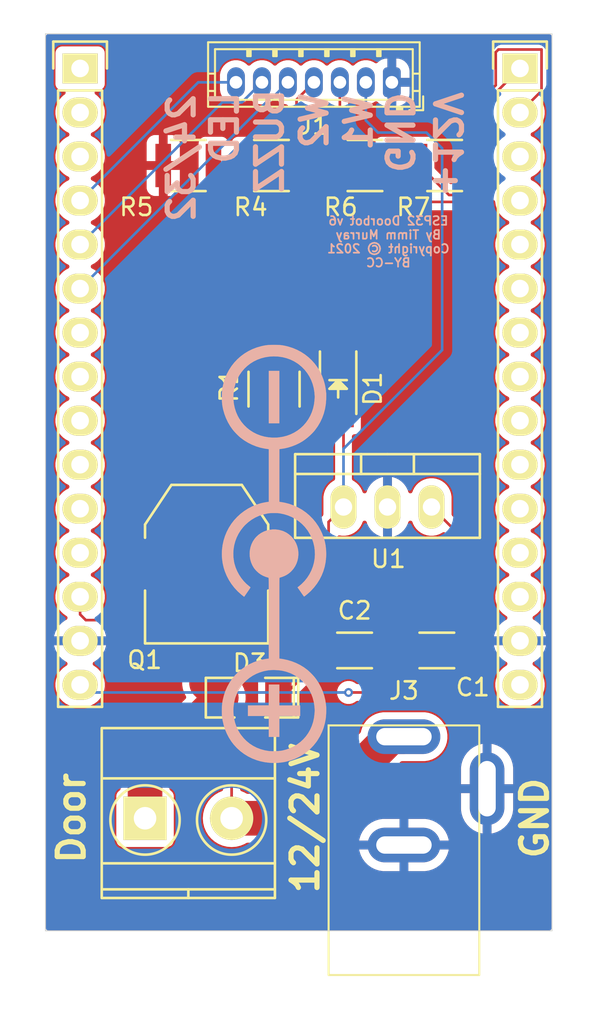
<source format=kicad_pcb>
(kicad_pcb (version 20240108) (generator "pcbnew") (generator_version "8.0")
  (layers (0 "F.Cu" signal) (31 "B.Cu" signal) (34 "B.Paste" user) (35 "F.Paste" user) (36 "B.SilkS" user "B.Silkscreen") (37 "F.SilkS" user "F.Silkscreen") (38 "B.Mask" user) (39 "F.Mask" user) (44 "Edge.Cuts" user))
  (net 0 "")
  (net 1 "GND")
  (net 2 "12V")
  (net 3 "5V")
  (net 4 "LATCH_OUT")
  (net 5 "24_32_SWITCH")
  (net 6 "READER_LED")
  (net 7 "READER_BUZZ")
  (net 8 "DOOR")
  (net 9 "WIEGAND_IN2")
  (net 10 "WIEGAND_IN1")
  (net 11 "Net-(D1-K)")
  (net 14 "WIEGAND_OUT2")
  (net 15 "WIEGAND_OUT1")
  (footprint "Capacitors_SMD:C_1206" (layer "F.Cu") (at 120.6 133.575 180)
    (property "Reference" "C1" (at -2.074 -2.128 0) (layer "F.SilkS"))
    (property "Value" "22uF")
    (pad "1" smd rect (at -1.5 0 180) (size 1 1.6) (layers "F.Cu" "F.Paste" "F.Mask") (net 3 "5V"))
    (pad "2" smd rect (at 1.5 0 180) (size 1 1.6) (layers "F.Cu" "F.Paste" "F.Mask") (net 1 "GND"))
  )
  (footprint "Connector_JST:JST_ZH_B7B-ZR_1x07_P1.50mm_Vertical" (layer "F.Cu") (at 118 100.8 180)
    (property "Reference" "J1" (at 4.5 -2.5 0) (layer "F.SilkS"))
    (property "Value" "Conn_01x07_Male")
    (pad "1" thru_hole roundrect (at 0 0 180) (size 1.03 1.73) (drill 0.73) (layers "*.Cu" "*.Mask" "In1.Cu" "In2.Cu" "In3.Cu" "In4.Cu" "In5.Cu" "In6.Cu" "In7.Cu" "In8.Cu" "In9.Cu" "In10.Cu" "In11.Cu" "In12.Cu" "In13.Cu" "In14.Cu" "In15.Cu" "In16.Cu" "In17.Cu" "In18.Cu" "In19.Cu" "In20.Cu" "In21.Cu" "In22.Cu" "In23.Cu" "In24.Cu" "In25.Cu" "In26.Cu" "In27.Cu" "In28.Cu" "In29.Cu" "In30.Cu") (roundrect_rratio 0.242718) (net 1 "GND"))
    (pad "2" thru_hole oval (at 1.5 0 180) (size 1.03 1.73) (drill 0.73) (layers "*.Cu" "*.Mask" "In1.Cu" "In2.Cu" "In3.Cu" "In4.Cu" "In5.Cu" "In6.Cu" "In7.Cu" "In8.Cu" "In9.Cu" "In10.Cu" "In11.Cu" "In12.Cu" "In13.Cu" "In14.Cu" "In15.Cu" "In16.Cu" "In17.Cu" "In18.Cu" "In19.Cu" "In20.Cu" "In21.Cu" "In22.Cu" "In23.Cu" "In24.Cu" "In25.Cu" "In26.Cu" "In27.Cu" "In28.Cu" "In29.Cu" "In30.Cu") (net 2 "12V"))
    (pad "3" thru_hole oval (at 3 0 180) (size 1.03 1.73) (drill 0.73) (layers "*.Cu" "*.Mask" "In1.Cu" "In2.Cu" "In3.Cu" "In4.Cu" "In5.Cu" "In6.Cu" "In7.Cu" "In8.Cu" "In9.Cu" "In10.Cu" "In11.Cu" "In12.Cu" "In13.Cu" "In14.Cu" "In15.Cu" "In16.Cu" "In17.Cu" "In18.Cu" "In19.Cu" "In20.Cu" "In21.Cu" "In22.Cu" "In23.Cu" "In24.Cu" "In25.Cu" "In26.Cu" "In27.Cu" "In28.Cu" "In29.Cu" "In30.Cu") (net 10 "WIEGAND_IN1"))
    (pad "4" thru_hole oval (at 4.5 0 180) (size 1.03 1.73) (drill 0.73) (layers "*.Cu" "*.Mask" "In1.Cu" "In2.Cu" "In3.Cu" "In4.Cu" "In5.Cu" "In6.Cu" "In7.Cu" "In8.Cu" "In9.Cu" "In10.Cu" "In11.Cu" "In12.Cu" "In13.Cu" "In14.Cu" "In15.Cu" "In16.Cu" "In17.Cu" "In18.Cu" "In19.Cu" "In20.Cu" "In21.Cu" "In22.Cu" "In23.Cu" "In24.Cu" "In25.Cu" "In26.Cu" "In27.Cu" "In28.Cu" "In29.Cu" "In30.Cu") (net 9 "WIEGAND_IN2"))
    (pad "5" thru_hole oval (at 6 0 180) (size 1.03 1.73) (drill 0.73) (layers "*.Cu" "*.Mask" "In1.Cu" "In2.Cu" "In3.Cu" "In4.Cu" "In5.Cu" "In6.Cu" "In7.Cu" "In8.Cu" "In9.Cu" "In10.Cu" "In11.Cu" "In12.Cu" "In13.Cu" "In14.Cu" "In15.Cu" "In16.Cu" "In17.Cu" "In18.Cu" "In19.Cu" "In20.Cu" "In21.Cu" "In22.Cu" "In23.Cu" "In24.Cu" "In25.Cu" "In26.Cu" "In27.Cu" "In28.Cu" "In29.Cu" "In30.Cu") (net 7 "READER_BUZZ"))
    (pad "6" thru_hole oval (at 7.5 0 180) (size 1.03 1.73) (drill 0.73) (layers "*.Cu" "*.Mask" "In1.Cu" "In2.Cu" "In3.Cu" "In4.Cu" "In5.Cu" "In6.Cu" "In7.Cu" "In8.Cu" "In9.Cu" "In10.Cu" "In11.Cu" "In12.Cu" "In13.Cu" "In14.Cu" "In15.Cu" "In16.Cu" "In17.Cu" "In18.Cu" "In19.Cu" "In20.Cu" "In21.Cu" "In22.Cu" "In23.Cu" "In24.Cu" "In25.Cu" "In26.Cu" "In27.Cu" "In28.Cu" "In29.Cu" "In30.Cu") (net 6 "READER_LED"))
    (pad "7" thru_hole oval (at 9 0 180) (size 1.03 1.73) (drill 0.73) (layers "*.Cu" "*.Mask" "In1.Cu" "In2.Cu" "In3.Cu" "In4.Cu" "In5.Cu" "In6.Cu" "In7.Cu" "In8.Cu" "In9.Cu" "In10.Cu" "In11.Cu" "In12.Cu" "In13.Cu" "In14.Cu" "In15.Cu" "In16.Cu" "In17.Cu" "In18.Cu" "In19.Cu" "In20.Cu" "In21.Cu" "In22.Cu" "In23.Cu" "In24.Cu" "In25.Cu" "In26.Cu" "In27.Cu" "In28.Cu" "In29.Cu" "In30.Cu") (net 5 "24_32_SWITCH"))
  )
  (footprint "Terminal_Blocks:TerminalBlock_Pheonix_MKDS1.5-2pol" (layer "F.Cu") (at 103.75 143.256)
    (property "Reference" "J2" (hide yes))
    (property "Value" "Conn_01x02_Female")
    (pad "1" thru_hole rect (at 0 0) (size 2.5 2.5) (drill 1.3) (layers "*.Cu" "*.Mask" "In1.Cu" "In2.Cu" "In3.Cu" "In4.Cu" "In5.Cu" "In6.Cu" "In7.Cu" "In8.Cu" "In9.Cu" "In10.Cu" "In11.Cu" "In12.Cu" "In13.Cu" "In14.Cu" "In15.Cu" "In16.Cu" "In17.Cu" "In18.Cu" "In19.Cu" "In20.Cu" "In21.Cu" "In22.Cu" "In23.Cu" "In24.Cu" "In25.Cu" "In26.Cu" "In27.Cu" "In28.Cu" "In29.Cu" "In30.Cu" "F.SilkS") (net 4 "LATCH_OUT"))
    (pad "2" thru_hole circle (at 5 0) (size 2.5 2.5) (drill 1.3) (layers "*.Cu" "*.Mask" "In1.Cu" "In2.Cu" "In3.Cu" "In4.Cu" "In5.Cu" "In6.Cu" "In7.Cu" "In8.Cu" "In9.Cu" "In10.Cu" "In11.Cu" "In12.Cu" "In13.Cu" "In14.Cu" "In15.Cu" "In16.Cu" "In17.Cu" "In18.Cu" "In19.Cu" "In20.Cu" "In21.Cu" "In22.Cu" "In23.Cu" "In24.Cu" "In25.Cu" "In26.Cu" "In27.Cu" "In28.Cu" "In29.Cu" "In30.Cu" "F.SilkS") (net 2 "12V"))
  )
  (footprint "esp32_doorbot:Tensility 54-00166" (layer "F.Cu") (at 118.7 152.3)
    (property "Reference" "J3" (at 0 -16.4 0) (layer "F.SilkS"))
    (property "Value" "Barrel_Jack")
    (pad "1" thru_hole oval (at 0 -13.75) (size 4.2 2) (drill oval 3.2 1) (layers "*.Cu" "*.Mask" "In1.Cu" "In2.Cu" "In3.Cu" "In4.Cu" "In5.Cu" "In6.Cu" "In7.Cu" "In8.Cu" "In9.Cu" "In10.Cu" "In11.Cu" "In12.Cu" "In13.Cu" "In14.Cu" "In15.Cu" "In16.Cu" "In17.Cu" "In18.Cu" "In19.Cu" "In20.Cu" "In21.Cu" "In22.Cu" "In23.Cu" "In24.Cu" "In25.Cu" "In26.Cu" "In27.Cu" "In28.Cu" "In29.Cu" "In30.Cu") (net 2 "12V"))
    (pad "2" thru_hole oval (at 0 -7.5) (size 4.2 2) (drill oval 3.2 1) (layers "*.Cu" "*.Mask" "In1.Cu" "In2.Cu" "In3.Cu" "In4.Cu" "In5.Cu" "In6.Cu" "In7.Cu" "In8.Cu" "In9.Cu" "In10.Cu" "In11.Cu" "In12.Cu" "In13.Cu" "In14.Cu" "In15.Cu" "In16.Cu" "In17.Cu" "In18.Cu" "In19.Cu" "In20.Cu" "In21.Cu" "In22.Cu" "In23.Cu" "In24.Cu" "In25.Cu" "In26.Cu" "In27.Cu" "In28.Cu" "In29.Cu" "In30.Cu") (net 1 "GND"))
    (pad "2" thru_hole oval (at 4.8 -10.75 90) (size 4.2 2) (drill oval 3.2 1) (layers "*.Cu" "*.Mask" "In1.Cu" "In2.Cu" "In3.Cu" "In4.Cu" "In5.Cu" "In6.Cu" "In7.Cu" "In8.Cu" "In9.Cu" "In10.Cu" "In11.Cu" "In12.Cu" "In13.Cu" "In14.Cu" "In15.Cu" "In16.Cu" "In17.Cu" "In18.Cu" "In19.Cu" "In20.Cu" "In21.Cu" "In22.Cu" "In23.Cu" "In24.Cu" "In25.Cu" "In26.Cu" "In27.Cu" "In28.Cu" "In29.Cu" "In30.Cu") (net 1 "GND"))
  )
  (footprint "Pin_Headers:Pin_Header_Straight_1x15" (layer "F.Cu") (at 100 100)
    (property "Reference" "J4" (hide yes))
    (property "Value" "WROOM32_1")
    (pad "1" thru_hole rect (at 0 0) (size 2.032 1.7272) (drill 1.016) (layers "*.Cu" "*.Mask" "In1.Cu" "In2.Cu" "In3.Cu" "In4.Cu" "In5.Cu" "In6.Cu" "In7.Cu" "In8.Cu" "In9.Cu" "In10.Cu" "In11.Cu" "In12.Cu" "In13.Cu" "In14.Cu" "In15.Cu" "In16.Cu" "In17.Cu" "In18.Cu" "In19.Cu" "In20.Cu" "In21.Cu" "In22.Cu" "In23.Cu" "In24.Cu" "In25.Cu" "In26.Cu" "In27.Cu" "In28.Cu" "In29.Cu" "In30.Cu" "F.SilkS"))
    (pad "2" thru_hole oval (at 0 2.54) (size 2.032 1.7272) (drill 1.016) (layers "*.Cu" "*.Mask" "In1.Cu" "In2.Cu" "In3.Cu" "In4.Cu" "In5.Cu" "In6.Cu" "In7.Cu" "In8.Cu" "In9.Cu" "In10.Cu" "In11.Cu" "In12.Cu" "In13.Cu" "In14.Cu" "In15.Cu" "In16.Cu" "In17.Cu" "In18.Cu" "In19.Cu" "In20.Cu" "In21.Cu" "In22.Cu" "In23.Cu" "In24.Cu" "In25.Cu" "In26.Cu" "In27.Cu" "In28.Cu" "In29.Cu" "In30.Cu" "F.SilkS"))
    (pad "3" thru_hole oval (at 0 5.08) (size 2.032 1.7272) (drill 1.016) (layers "*.Cu" "*.Mask" "In1.Cu" "In2.Cu" "In3.Cu" "In4.Cu" "In5.Cu" "In6.Cu" "In7.Cu" "In8.Cu" "In9.Cu" "In10.Cu" "In11.Cu" "In12.Cu" "In13.Cu" "In14.Cu" "In15.Cu" "In16.Cu" "In17.Cu" "In18.Cu" "In19.Cu" "In20.Cu" "In21.Cu" "In22.Cu" "In23.Cu" "In24.Cu" "In25.Cu" "In26.Cu" "In27.Cu" "In28.Cu" "In29.Cu" "In30.Cu" "F.SilkS"))
    (pad "4" thru_hole oval (at 0 7.62) (size 2.032 1.7272) (drill 1.016) (layers "*.Cu" "*.Mask" "In1.Cu" "In2.Cu" "In3.Cu" "In4.Cu" "In5.Cu" "In6.Cu" "In7.Cu" "In8.Cu" "In9.Cu" "In10.Cu" "In11.Cu" "In12.Cu" "In13.Cu" "In14.Cu" "In15.Cu" "In16.Cu" "In17.Cu" "In18.Cu" "In19.Cu" "In20.Cu" "In21.Cu" "In22.Cu" "In23.Cu" "In24.Cu" "In25.Cu" "In26.Cu" "In27.Cu" "In28.Cu" "In29.Cu" "In30.Cu" "F.SilkS") (net 5 "24_32_SWITCH"))
    (pad "5" thru_hole oval (at 0 10.16) (size 2.032 1.7272) (drill 1.016) (layers "*.Cu" "*.Mask" "In1.Cu" "In2.Cu" "In3.Cu" "In4.Cu" "In5.Cu" "In6.Cu" "In7.Cu" "In8.Cu" "In9.Cu" "In10.Cu" "In11.Cu" "In12.Cu" "In13.Cu" "In14.Cu" "In15.Cu" "In16.Cu" "In17.Cu" "In18.Cu" "In19.Cu" "In20.Cu" "In21.Cu" "In22.Cu" "In23.Cu" "In24.Cu" "In25.Cu" "In26.Cu" "In27.Cu" "In28.Cu" "In29.Cu" "In30.Cu" "F.SilkS") (net 6 "READER_LED"))
    (pad "6" thru_hole oval (at 0 12.7) (size 2.032 1.7272) (drill 1.016) (layers "*.Cu" "*.Mask" "In1.Cu" "In2.Cu" "In3.Cu" "In4.Cu" "In5.Cu" "In6.Cu" "In7.Cu" "In8.Cu" "In9.Cu" "In10.Cu" "In11.Cu" "In12.Cu" "In13.Cu" "In14.Cu" "In15.Cu" "In16.Cu" "In17.Cu" "In18.Cu" "In19.Cu" "In20.Cu" "In21.Cu" "In22.Cu" "In23.Cu" "In24.Cu" "In25.Cu" "In26.Cu" "In27.Cu" "In28.Cu" "In29.Cu" "In30.Cu" "F.SilkS") (net 7 "READER_BUZZ"))
    (pad "7" thru_hole oval (at 0 15.24) (size 2.032 1.7272) (drill 1.016) (layers "*.Cu" "*.Mask" "In1.Cu" "In2.Cu" "In3.Cu" "In4.Cu" "In5.Cu" "In6.Cu" "In7.Cu" "In8.Cu" "In9.Cu" "In10.Cu" "In11.Cu" "In12.Cu" "In13.Cu" "In14.Cu" "In15.Cu" "In16.Cu" "In17.Cu" "In18.Cu" "In19.Cu" "In20.Cu" "In21.Cu" "In22.Cu" "In23.Cu" "In24.Cu" "In25.Cu" "In26.Cu" "In27.Cu" "In28.Cu" "In29.Cu" "In30.Cu" "F.SilkS"))
    (pad "8" thru_hole oval (at 0 17.78) (size 2.032 1.7272) (drill 1.016) (layers "*.Cu" "*.Mask" "In1.Cu" "In2.Cu" "In3.Cu" "In4.Cu" "In5.Cu" "In6.Cu" "In7.Cu" "In8.Cu" "In9.Cu" "In10.Cu" "In11.Cu" "In12.Cu" "In13.Cu" "In14.Cu" "In15.Cu" "In16.Cu" "In17.Cu" "In18.Cu" "In19.Cu" "In20.Cu" "In21.Cu" "In22.Cu" "In23.Cu" "In24.Cu" "In25.Cu" "In26.Cu" "In27.Cu" "In28.Cu" "In29.Cu" "In30.Cu" "F.SilkS"))
    (pad "9" thru_hole oval (at 0 20.32) (size 2.032 1.7272) (drill 1.016) (layers "*.Cu" "*.Mask" "In1.Cu" "In2.Cu" "In3.Cu" "In4.Cu" "In5.Cu" "In6.Cu" "In7.Cu" "In8.Cu" "In9.Cu" "In10.Cu" "In11.Cu" "In12.Cu" "In13.Cu" "In14.Cu" "In15.Cu" "In16.Cu" "In17.Cu" "In18.Cu" "In19.Cu" "In20.Cu" "In21.Cu" "In22.Cu" "In23.Cu" "In24.Cu" "In25.Cu" "In26.Cu" "In27.Cu" "In28.Cu" "In29.Cu" "In30.Cu" "F.SilkS"))
    (pad "10" thru_hole oval (at 0 22.86) (size 2.032 1.7272) (drill 1.016) (layers "*.Cu" "*.Mask" "In1.Cu" "In2.Cu" "In3.Cu" "In4.Cu" "In5.Cu" "In6.Cu" "In7.Cu" "In8.Cu" "In9.Cu" "In10.Cu" "In11.Cu" "In12.Cu" "In13.Cu" "In14.Cu" "In15.Cu" "In16.Cu" "In17.Cu" "In18.Cu" "In19.Cu" "In20.Cu" "In21.Cu" "In22.Cu" "In23.Cu" "In24.Cu" "In25.Cu" "In26.Cu" "In27.Cu" "In28.Cu" "In29.Cu" "In30.Cu" "F.SilkS"))
    (pad "11" thru_hole oval (at 0 25.4) (size 2.032 1.7272) (drill 1.016) (layers "*.Cu" "*.Mask" "In1.Cu" "In2.Cu" "In3.Cu" "In4.Cu" "In5.Cu" "In6.Cu" "In7.Cu" "In8.Cu" "In9.Cu" "In10.Cu" "In11.Cu" "In12.Cu" "In13.Cu" "In14.Cu" "In15.Cu" "In16.Cu" "In17.Cu" "In18.Cu" "In19.Cu" "In20.Cu" "In21.Cu" "In22.Cu" "In23.Cu" "In24.Cu" "In25.Cu" "In26.Cu" "In27.Cu" "In28.Cu" "In29.Cu" "In30.Cu" "F.SilkS"))
    (pad "12" thru_hole oval (at 0 27.94) (size 2.032 1.7272) (drill 1.016) (layers "*.Cu" "*.Mask" "In1.Cu" "In2.Cu" "In3.Cu" "In4.Cu" "In5.Cu" "In6.Cu" "In7.Cu" "In8.Cu" "In9.Cu" "In10.Cu" "In11.Cu" "In12.Cu" "In13.Cu" "In14.Cu" "In15.Cu" "In16.Cu" "In17.Cu" "In18.Cu" "In19.Cu" "In20.Cu" "In21.Cu" "In22.Cu" "In23.Cu" "In24.Cu" "In25.Cu" "In26.Cu" "In27.Cu" "In28.Cu" "In29.Cu" "In30.Cu" "F.SilkS"))
    (pad "13" thru_hole oval (at 0 30.48) (size 2.032 1.7272) (drill 1.016) (layers "*.Cu" "*.Mask" "In1.Cu" "In2.Cu" "In3.Cu" "In4.Cu" "In5.Cu" "In6.Cu" "In7.Cu" "In8.Cu" "In9.Cu" "In10.Cu" "In11.Cu" "In12.Cu" "In13.Cu" "In14.Cu" "In15.Cu" "In16.Cu" "In17.Cu" "In18.Cu" "In19.Cu" "In20.Cu" "In21.Cu" "In22.Cu" "In23.Cu" "In24.Cu" "In25.Cu" "In26.Cu" "In27.Cu" "In28.Cu" "In29.Cu" "In30.Cu" "F.SilkS") (net 8 "DOOR"))
    (pad "14" thru_hole oval (at 0 33.02) (size 2.032 1.7272) (drill 1.016) (layers "*.Cu" "*.Mask" "In1.Cu" "In2.Cu" "In3.Cu" "In4.Cu" "In5.Cu" "In6.Cu" "In7.Cu" "In8.Cu" "In9.Cu" "In10.Cu" "In11.Cu" "In12.Cu" "In13.Cu" "In14.Cu" "In15.Cu" "In16.Cu" "In17.Cu" "In18.Cu" "In19.Cu" "In20.Cu" "In21.Cu" "In22.Cu" "In23.Cu" "In24.Cu" "In25.Cu" "In26.Cu" "In27.Cu" "In28.Cu" "In29.Cu" "In30.Cu" "F.SilkS") (net 1 "GND"))
    (pad "15" thru_hole oval (at 0 35.56) (size 2.032 1.7272) (drill 1.016) (layers "*.Cu" "*.Mask" "In1.Cu" "In2.Cu" "In3.Cu" "In4.Cu" "In5.Cu" "In6.Cu" "In7.Cu" "In8.Cu" "In9.Cu" "In10.Cu" "In11.Cu" "In12.Cu" "In13.Cu" "In14.Cu" "In15.Cu" "In16.Cu" "In17.Cu" "In18.Cu" "In19.Cu" "In20.Cu" "In21.Cu" "In22.Cu" "In23.Cu" "In24.Cu" "In25.Cu" "In26.Cu" "In27.Cu" "In28.Cu" "In29.Cu" "In30.Cu" "F.SilkS") (net 3 "5V"))
  )
  (footprint "Pin_Headers:Pin_Header_Straight_1x15" (layer "F.Cu") (at 125.4 100)
    (property "Reference" "J5" (hide yes))
    (property "Value" "WROOM32_2")
    (pad "1" thru_hole rect (at 0 0) (size 2.032 1.7272) (drill 1.016) (layers "*.Cu" "*.Mask" "In1.Cu" "In2.Cu" "In3.Cu" "In4.Cu" "In5.Cu" "In6.Cu" "In7.Cu" "In8.Cu" "In9.Cu" "In10.Cu" "In11.Cu" "In12.Cu" "In13.Cu" "In14.Cu" "In15.Cu" "In16.Cu" "In17.Cu" "In18.Cu" "In19.Cu" "In20.Cu" "In21.Cu" "In22.Cu" "In23.Cu" "In24.Cu" "In25.Cu" "In26.Cu" "In27.Cu" "In28.Cu" "In29.Cu" "In30.Cu" "F.SilkS") (net 14 "WIEGAND_OUT2"))
    (pad "2" thru_hole oval (at 0 2.54) (size 2.032 1.7272) (drill 1.016) (layers "*.Cu" "*.Mask" "In1.Cu" "In2.Cu" "In3.Cu" "In4.Cu" "In5.Cu" "In6.Cu" "In7.Cu" "In8.Cu" "In9.Cu" "In10.Cu" "In11.Cu" "In12.Cu" "In13.Cu" "In14.Cu" "In15.Cu" "In16.Cu" "In17.Cu" "In18.Cu" "In19.Cu" "In20.Cu" "In21.Cu" "In22.Cu" "In23.Cu" "In24.Cu" "In25.Cu" "In26.Cu" "In27.Cu" "In28.Cu" "In29.Cu" "In30.Cu" "F.SilkS") (net 15 "WIEGAND_OUT1"))
    (pad "3" thru_hole oval (at 0 5.08) (size 2.032 1.7272) (drill 1.016) (layers "*.Cu" "*.Mask" "In1.Cu" "In2.Cu" "In3.Cu" "In4.Cu" "In5.Cu" "In6.Cu" "In7.Cu" "In8.Cu" "In9.Cu" "In10.Cu" "In11.Cu" "In12.Cu" "In13.Cu" "In14.Cu" "In15.Cu" "In16.Cu" "In17.Cu" "In18.Cu" "In19.Cu" "In20.Cu" "In21.Cu" "In22.Cu" "In23.Cu" "In24.Cu" "In25.Cu" "In26.Cu" "In27.Cu" "In28.Cu" "In29.Cu" "In30.Cu" "F.SilkS"))
    (pad "4" thru_hole oval (at 0 7.62) (size 2.032 1.7272) (drill 1.016) (layers "*.Cu" "*.Mask" "In1.Cu" "In2.Cu" "In3.Cu" "In4.Cu" "In5.Cu" "In6.Cu" "In7.Cu" "In8.Cu" "In9.Cu" "In10.Cu" "In11.Cu" "In12.Cu" "In13.Cu" "In14.Cu" "In15.Cu" "In16.Cu" "In17.Cu" "In18.Cu" "In19.Cu" "In20.Cu" "In21.Cu" "In22.Cu" "In23.Cu" "In24.Cu" "In25.Cu" "In26.Cu" "In27.Cu" "In28.Cu" "In29.Cu" "In30.Cu" "F.SilkS"))
    (pad "5" thru_hole oval (at 0 10.16) (size 2.032 1.7272) (drill 1.016) (layers "*.Cu" "*.Mask" "In1.Cu" "In2.Cu" "In3.Cu" "In4.Cu" "In5.Cu" "In6.Cu" "In7.Cu" "In8.Cu" "In9.Cu" "In10.Cu" "In11.Cu" "In12.Cu" "In13.Cu" "In14.Cu" "In15.Cu" "In16.Cu" "In17.Cu" "In18.Cu" "In19.Cu" "In20.Cu" "In21.Cu" "In22.Cu" "In23.Cu" "In24.Cu" "In25.Cu" "In26.Cu" "In27.Cu" "In28.Cu" "In29.Cu" "In30.Cu" "F.SilkS"))
    (pad "6" thru_hole oval (at 0 12.7) (size 2.032 1.7272) (drill 1.016) (layers "*.Cu" "*.Mask" "In1.Cu" "In2.Cu" "In3.Cu" "In4.Cu" "In5.Cu" "In6.Cu" "In7.Cu" "In8.Cu" "In9.Cu" "In10.Cu" "In11.Cu" "In12.Cu" "In13.Cu" "In14.Cu" "In15.Cu" "In16.Cu" "In17.Cu" "In18.Cu" "In19.Cu" "In20.Cu" "In21.Cu" "In22.Cu" "In23.Cu" "In24.Cu" "In25.Cu" "In26.Cu" "In27.Cu" "In28.Cu" "In29.Cu" "In30.Cu" "F.SilkS"))
    (pad "7" thru_hole oval (at 0 15.24) (size 2.032 1.7272) (drill 1.016) (layers "*.Cu" "*.Mask" "In1.Cu" "In2.Cu" "In3.Cu" "In4.Cu" "In5.Cu" "In6.Cu" "In7.Cu" "In8.Cu" "In9.Cu" "In10.Cu" "In11.Cu" "In12.Cu" "In13.Cu" "In14.Cu" "In15.Cu" "In16.Cu" "In17.Cu" "In18.Cu" "In19.Cu" "In20.Cu" "In21.Cu" "In22.Cu" "In23.Cu" "In24.Cu" "In25.Cu" "In26.Cu" "In27.Cu" "In28.Cu" "In29.Cu" "In30.Cu" "F.SilkS"))
    (pad "8" thru_hole oval (at 0 17.78) (size 2.032 1.7272) (drill 1.016) (layers "*.Cu" "*.Mask" "In1.Cu" "In2.Cu" "In3.Cu" "In4.Cu" "In5.Cu" "In6.Cu" "In7.Cu" "In8.Cu" "In9.Cu" "In10.Cu" "In11.Cu" "In12.Cu" "In13.Cu" "In14.Cu" "In15.Cu" "In16.Cu" "In17.Cu" "In18.Cu" "In19.Cu" "In20.Cu" "In21.Cu" "In22.Cu" "In23.Cu" "In24.Cu" "In25.Cu" "In26.Cu" "In27.Cu" "In28.Cu" "In29.Cu" "In30.Cu" "F.SilkS"))
    (pad "9" thru_hole oval (at 0 20.32) (size 2.032 1.7272) (drill 1.016) (layers "*.Cu" "*.Mask" "In1.Cu" "In2.Cu" "In3.Cu" "In4.Cu" "In5.Cu" "In6.Cu" "In7.Cu" "In8.Cu" "In9.Cu" "In10.Cu" "In11.Cu" "In12.Cu" "In13.Cu" "In14.Cu" "In15.Cu" "In16.Cu" "In17.Cu" "In18.Cu" "In19.Cu" "In20.Cu" "In21.Cu" "In22.Cu" "In23.Cu" "In24.Cu" "In25.Cu" "In26.Cu" "In27.Cu" "In28.Cu" "In29.Cu" "In30.Cu" "F.SilkS"))
    (pad "10" thru_hole oval (at 0 22.86) (size 2.032 1.7272) (drill 1.016) (layers "*.Cu" "*.Mask" "In1.Cu" "In2.Cu" "In3.Cu" "In4.Cu" "In5.Cu" "In6.Cu" "In7.Cu" "In8.Cu" "In9.Cu" "In10.Cu" "In11.Cu" "In12.Cu" "In13.Cu" "In14.Cu" "In15.Cu" "In16.Cu" "In17.Cu" "In18.Cu" "In19.Cu" "In20.Cu" "In21.Cu" "In22.Cu" "In23.Cu" "In24.Cu" "In25.Cu" "In26.Cu" "In27.Cu" "In28.Cu" "In29.Cu" "In30.Cu" "F.SilkS"))
    (pad "11" thru_hole oval (at 0 25.4) (size 2.032 1.7272) (drill 1.016) (layers "*.Cu" "*.Mask" "In1.Cu" "In2.Cu" "In3.Cu" "In4.Cu" "In5.Cu" "In6.Cu" "In7.Cu" "In8.Cu" "In9.Cu" "In10.Cu" "In11.Cu" "In12.Cu" "In13.Cu" "In14.Cu" "In15.Cu" "In16.Cu" "In17.Cu" "In18.Cu" "In19.Cu" "In20.Cu" "In21.Cu" "In22.Cu" "In23.Cu" "In24.Cu" "In25.Cu" "In26.Cu" "In27.Cu" "In28.Cu" "In29.Cu" "In30.Cu" "F.SilkS"))
    (pad "12" thru_hole oval (at 0 27.94) (size 2.032 1.7272) (drill 1.016) (layers "*.Cu" "*.Mask" "In1.Cu" "In2.Cu" "In3.Cu" "In4.Cu" "In5.Cu" "In6.Cu" "In7.Cu" "In8.Cu" "In9.Cu" "In10.Cu" "In11.Cu" "In12.Cu" "In13.Cu" "In14.Cu" "In15.Cu" "In16.Cu" "In17.Cu" "In18.Cu" "In19.Cu" "In20.Cu" "In21.Cu" "In22.Cu" "In23.Cu" "In24.Cu" "In25.Cu" "In26.Cu" "In27.Cu" "In28.Cu" "In29.Cu" "In30.Cu" "F.SilkS"))
    (pad "13" thru_hole oval (at 0 30.48) (size 2.032 1.7272) (drill 1.016) (layers "*.Cu" "*.Mask" "In1.Cu" "In2.Cu" "In3.Cu" "In4.Cu" "In5.Cu" "In6.Cu" "In7.Cu" "In8.Cu" "In9.Cu" "In10.Cu" "In11.Cu" "In12.Cu" "In13.Cu" "In14.Cu" "In15.Cu" "In16.Cu" "In17.Cu" "In18.Cu" "In19.Cu" "In20.Cu" "In21.Cu" "In22.Cu" "In23.Cu" "In24.Cu" "In25.Cu" "In26.Cu" "In27.Cu" "In28.Cu" "In29.Cu" "In30.Cu" "F.SilkS"))
    (pad "14" thru_hole oval (at 0 33.02) (size 2.032 1.7272) (drill 1.016) (layers "*.Cu" "*.Mask" "In1.Cu" "In2.Cu" "In3.Cu" "In4.Cu" "In5.Cu" "In6.Cu" "In7.Cu" "In8.Cu" "In9.Cu" "In10.Cu" "In11.Cu" "In12.Cu" "In13.Cu" "In14.Cu" "In15.Cu" "In16.Cu" "In17.Cu" "In18.Cu" "In19.Cu" "In20.Cu" "In21.Cu" "In22.Cu" "In23.Cu" "In24.Cu" "In25.Cu" "In26.Cu" "In27.Cu" "In28.Cu" "In29.Cu" "In30.Cu" "F.SilkS") (net 1 "GND"))
    (pad "15" thru_hole oval (at 0 35.56) (size 2.032 1.7272) (drill 1.016) (layers "*.Cu" "*.Mask" "In1.Cu" "In2.Cu" "In3.Cu" "In4.Cu" "In5.Cu" "In6.Cu" "In7.Cu" "In8.Cu" "In9.Cu" "In10.Cu" "In11.Cu" "In12.Cu" "In13.Cu" "In14.Cu" "In15.Cu" "In16.Cu" "In17.Cu" "In18.Cu" "In19.Cu" "In20.Cu" "In21.Cu" "In22.Cu" "In23.Cu" "In24.Cu" "In25.Cu" "In26.Cu" "In27.Cu" "In28.Cu" "In29.Cu" "In30.Cu" "F.SilkS"))
  )
  (footprint "Resistors_SMD:R_1210" (layer "F.Cu") (at 111.2 118.5 -90)
    (property "Reference" "R1" (at -0.2 2.6 90) (layer "F.SilkS"))
    (property "Value" "2K")
    (pad "1" smd rect (at -1.45 0 270) (size 0.9 2.5) (layers "F.Cu" "F.Paste" "F.Mask") (net 11 "Net-(D1-K)"))
    (pad "2" smd rect (at 1.45 0 270) (size 0.9 2.5) (layers "F.Cu" "F.Paste" "F.Mask") (net 1 "GND"))
  )
  (footprint "LEDs:LED-1206" (layer "F.Cu") (at 114.9 118.48014 -90)
    (property "Reference" "D1" (at 0 -2 90) (layer "F.SilkS"))
    (property "Value" "LED")
    (pad "1" smd rect (at -1.41986 0 90) (size 1.59766 1.80086) (layers "F.Cu" "F.Paste" "F.Mask") (net 11 "Net-(D1-K)"))
    (pad "2" smd rect (at 1.41986 0 90) (size 1.59766 1.80086) (layers "F.Cu" "F.Paste" "F.Mask") (net 2 "12V"))
  )
  (footprint "SMD_Packages:SMD-1206_Pol" (layer "F.Cu") (at 109.8 136.3 180)
    (property "Reference" "D3" (at 0 2 0) (layer "F.SilkS"))
    (property "Value" "D_Schottky")
    (pad "1" smd rect (at -1.651 0 180) (size 1.524 2.032) (layers "F.Cu" "F.Paste" "F.Mask") (net 2 "12V"))
    (pad "2" smd rect (at 1.651 0 180) (size 1.524 2.032) (layers "F.Cu" "F.Paste" "F.Mask") (net 4 "LATCH_OUT"))
  )
  (footprint "Resistors_SMD:R_1210" (layer "F.Cu") (at 111.05 105.6 180)
    (property "Reference" "R4" (at 1.2 -2.4 0) (layer "F.SilkS"))
    (property "Value" "1k")
    (pad "1" smd rect (at -1.45 0 180) (size 0.9 2.5) (layers "F.Cu" "F.Paste" "F.Mask") (net 9 "WIEGAND_IN2"))
    (pad "2" smd rect (at 1.45 0 180) (size 0.9 2.5) (layers "F.Cu" "F.Paste" "F.Mask") (net 14 "WIEGAND_OUT2"))
  )
  (footprint "Resistors_SMD:R_1210" (layer "F.Cu") (at 106.25 105.6 180)
    (property "Reference" "R5" (at 3 -2.4 0) (layer "F.SilkS"))
    (property "Value" "2k")
    (pad "1" smd rect (at -1.45 0 180) (size 0.9 2.5) (layers "F.Cu" "F.Paste" "F.Mask") (net 14 "WIEGAND_OUT2"))
    (pad "2" smd rect (at 1.45 0 180) (size 0.9 2.5) (layers "F.Cu" "F.Paste" "F.Mask") (net 1 "GND"))
  )
  (footprint "Resistors_SMD:R_1210" (layer "F.Cu") (at 116.45 105.6)
    (property "Reference" "R6" (at -1.4 2.4 0) (layer "F.SilkS"))
    (property "Value" "1k")
    (pad "1" smd rect (at -1.45 0) (size 0.9 2.5) (layers "F.Cu" "F.Paste" "F.Mask") (net 10 "WIEGAND_IN1"))
    (pad "2" smd rect (at 1.45 0) (size 0.9 2.5) (layers "F.Cu" "F.Paste" "F.Mask") (net 15 "WIEGAND_OUT1"))
  )
  (footprint "Resistors_SMD:R_1210" (layer "F.Cu") (at 121.05 105.6)
    (property "Reference" "R7" (at -1.8 2.4 0) (layer "F.SilkS"))
    (property "Value" "2k")
    (pad "1" smd rect (at -1.45 0) (size 0.9 2.5) (layers "F.Cu" "F.Paste" "F.Mask") (net 15 "WIEGAND_OUT1"))
    (pad "2" smd rect (at 1.45 0) (size 0.9 2.5) (layers "F.Cu" "F.Paste" "F.Mask") (net 1 "GND"))
  )
  (footprint "TO_SOT_Packages_SMD:SOT-223" (layer "F.Cu") (at 107.306001 128.597001)
    (property "Reference" "Q1" (at -3.581001 5.527999 0) (layer "F.SilkS"))
    (property "Value" "NDT3055")
    (pad "1" smd rect (at -2.286 3.302) (size 1.016 2.032) (layers "F.Cu" "F.Paste" "F.Mask") (net 8 "DOOR"))
    (pad "2" smd rect (at 0 3.302) (size 1.016 2.032) (layers "F.Cu" "F.Paste" "F.Mask") (net 4 "LATCH_OUT"))
    (pad "3" smd rect (at 2.286 3.302) (size 1.016 2.032) (layers "F.Cu" "F.Paste" "F.Mask") (net 1 "GND"))
    (pad "4" smd rect (at 0 -3.302) (size 3.6576 2.032) (layers "F.Cu" "F.Paste" "F.Mask"))
  )
  (footprint "Capacitors_SMD:C_1206" (layer "F.Cu") (at 115.85 133.575)
    (property "Reference" "C2" (at 0 -2.3 0) (layer "F.SilkS"))
    (property "Value" "10uF")
    (pad "1" smd rect (at -1.5 0) (size 1 1.6) (layers "F.Cu" "F.Paste" "F.Mask") (net 2 "12V"))
    (pad "2" smd rect (at 1.5 0) (size 1 1.6) (layers "F.Cu" "F.Paste" "F.Mask") (net 1 "GND"))
  )
  (footprint "TO_SOT_Packages_THT:TO-220_Neutral123_Vertical" (layer "F.Cu") (at 117.75 125.3)
    (property "Reference" "U1" (at 0.05 3 0) (layer "F.SilkS"))
    (property "Value" "L7805")
    (pad "1" thru_hole oval (at -2.54 0 90) (size 2.49936 1.50114) (drill 1.00076) (layers "*.Cu" "*.Mask" "In1.Cu" "In2.Cu" "In3.Cu" "In4.Cu" "In5.Cu" "In6.Cu" "In7.Cu" "In8.Cu" "In9.Cu" "In10.Cu" "In11.Cu" "In12.Cu" "In13.Cu" "In14.Cu" "In15.Cu" "In16.Cu" "In17.Cu" "In18.Cu" "In19.Cu" "In20.Cu" "In21.Cu" "In22.Cu" "In23.Cu" "In24.Cu" "In25.Cu" "In26.Cu" "In27.Cu" "In28.Cu" "In29.Cu" "In30.Cu" "F.SilkS") (net 2 "12V"))
    (pad "2" thru_hole oval (at 0 0 90) (size 2.49936 1.50114) (drill 1.00076) (layers "*.Cu" "*.Mask" "In1.Cu" "In2.Cu" "In3.Cu" "In4.Cu" "In5.Cu" "In6.Cu" "In7.Cu" "In8.Cu" "In9.Cu" "In10.Cu" "In11.Cu" "In12.Cu" "In13.Cu" "In14.Cu" "In15.Cu" "In16.Cu" "In17.Cu" "In18.Cu" "In19.Cu" "In20.Cu" "In21.Cu" "In22.Cu" "In23.Cu" "In24.Cu" "In25.Cu" "In26.Cu" "In27.Cu" "In28.Cu" "In29.Cu" "In30.Cu" "F.SilkS") (net 1 "GND"))
    (pad "3" thru_hole oval (at 2.54 0 90) (size 2.49936 1.50114) (drill 1.00076) (layers "*.Cu" "*.Mask" "In1.Cu" "In2.Cu" "In3.Cu" "In4.Cu" "In5.Cu" "In6.Cu" "In7.Cu" "In8.Cu" "In9.Cu" "In10.Cu" "In11.Cu" "In12.Cu" "In13.Cu" "In14.Cu" "In15.Cu" "In16.Cu" "In17.Cu" "In18.Cu" "In19.Cu" "In20.Cu" "In21.Cu" "In22.Cu" "In23.Cu" "In24.Cu" "In25.Cu" "In26.Cu" "In27.Cu" "In28.Cu" "In29.Cu" "In30.Cu" "F.SilkS") (net 3 "5V"))
  )
  (footprint "Symbol:Polarity_Center_Positive_6mm_SilkScreen" (layer "B.Cu") (at 111.2 128 -90)
    (property "Reference" "REF**" (hide yes))
    (property "Value" "Polarity_Center_Positive_6mm_SilkScreen" (hide yes))
  )
  (gr_line (start 127.25 98) (end 98 98) (stroke (width 0.05)) (layer "Edge.Cuts"))
  (gr_line (start 127.25 149.75) (end 127.25 98) (stroke (width 0.05)) (layer "Edge.Cuts"))
  (gr_line (start 98 149.75) (end 127.25 149.75) (stroke (width 0.05)) (layer "Edge.Cuts"))
  (gr_line (start 98 98) (end 98 149.75) (stroke (width 0.05)) (layer "Edge.Cuts"))
  (gr_text "24/32" (at 105.85 105.175 90) (layer "B.SilkS") (effects (font (size 1.5 1.5) (thickness 0.3)) (justify mirror)))
  (gr_text "BUZZ" (at 110.95 104.2 90) (layer "B.SilkS") (effects (font (size 1.5 1.5) (thickness 0.3)) (justify mirror)))
  (gr_text "+12V" (at 121.2 104.4 270) (layer "B.SilkS") (effects (font (size 1.5 1.5) (thickness 0.3)) (justify mirror)))
  (gr_text "W2" (at 113.525 103 90) (layer "B.SilkS") (effects (font (size 1.5 1.5) (thickness 0.3)) (justify mirror)))
  (gr_text "W1" (at 116.075 103.125 90) (layer "B.SilkS") (effects (font (size 1.5 1.5) (thickness 0.3)) (justify mirror)))
  (gr_text "LED" (at 108.35 103.425 90) (layer "B.SilkS") (effects (font (size 1.5 1.5) (thickness 0.3)) (justify mirror)))
  (gr_text "GND" (at 118.4 103.7 270) (layer "B.SilkS") (effects (font (size 1.5 1.5) (thickness 0.3)) (justify mirror)))
  (gr_text "ESP32 Doorbot v6\nBy Timm Murray\nCopyright © 2021\nBY-CC" (at 117.8 110 0) (layer "B.SilkS") (effects (font (size 0.5 0.5) (thickness 0.1)) (justify mirror)))
  (gr_text "Door" (at 99.5 143.25 90) (layer "F.SilkS") (effects (font (size 1.5 1.5) (thickness 0.3))))
  (gr_text "GND" (at 126.25 143.25 90) (layer "F.SilkS") (effects (font (size 1.5 1.5) (thickness 0.3))))
  (gr_text "12/24V" (at 113 143.25 90) (layer "F.SilkS") (effects (font (size 1.5 1.5) (thickness 0.3))))
  (segment (start 118.7 138.55) (end 117.955 138.55) (width 2) (layer "F.Cu") (net 2))
  (segment (start 108.75 139.001) (end 111.451 136.3) (width 0.1524) (layer "F.Cu") (net 2))
  (segment (start 117.955 138.55) (end 113.249 143.256) (width 2) (layer "F.Cu") (net 2))
  (segment (start 115.21 120.21) (end 114.9 119.9) (width 0.1524) (layer "F.Cu") (net 2))
  (segment (start 111.451 136.3) (end 111.652 136.3) (width 0.1524) (layer "F.Cu") (net 2))
  (segment (start 111.652 136.3) (end 114.324 133.628) (width 0.1524) (layer "F.Cu") (net 2))
  (segment (start 108.75 143.256) (end 108.75 139.001) (width 0.1524) (layer "F.Cu") (net 2))
  (segment (start 113.249 143.256) (end 108.75 143.256) (width 2) (layer "F.Cu") (net 2))
  (segment (start 115.21 125.3) (end 115.21 120.21) (width 0.1524) (layer "F.Cu") (net 2))
  (segment (start 114.35 126.16) (end 115.21 125.3) (width 0.1524) (layer "F.Cu") (net 2))
  (segment (start 114.35 133.575) (end 114.35 126.16) (width 0.1524) (layer "F.Cu") (net 2))
  (segment (start 116.5 103) (end 116.5 100.8) (width 0.1524) (layer "B.Cu") (net 2))
  (segment (start 120 103.7) (end 117.2 103.7) (width 0.1524) (layer "B.Cu") (net 2))
  (segment (start 120.904 116.246) (end 120.904 104.604) (width 0.1524) (layer "B.Cu") (net 2))
  (segment (start 115.21 125.3) (end 115.21 121.94) (width 0.1524) (layer "B.Cu") (net 2))
  (segment (start 120.904 104.604) (end 120 103.7) (width 0.1524) (layer "B.Cu") (net 2))
  (segment (start 116.5 100.7) (end 116.5 100.8) (width 0.1524) (layer "B.Cu") (net 2))
  (segment (start 115.21 121.94) (end 120.904 116.246) (width 0.1524) (layer "B.Cu") (net 2))
  (segment (start 117.2 103.7) (end 116.5 103) (width 0.1524) (layer "B.Cu") (net 2))
  (segment (start 119.3796 136) (end 115.5 136) (width 0.1524) (layer "F.Cu") (net 3))
  (segment (start 122.404 133.628) (end 121.7516 133.628) (width 0.1524) (layer "F.Cu") (net 3))
  (segment (start 122.1 133.575) (end 122.1 127.11) (width 0.1524) (layer "F.Cu") (net 3))
  (segment (start 121.7516 133.628) (end 119.3796 136) (width 0.1524) (layer "F.Cu") (net 3))
  (segment (start 122.1 127.11) (end 120.29 125.3) (width 0.1524) (layer "F.Cu") (net 3))
  (via (at 115.5 136) (size 0.508) (drill 0.254) (layers "F.Cu" "B.Cu") (net 3))
  (segment (start 115.5 136) (end 100.44 136) (width 0.1524) (layer "B.Cu") (net 3))
  (segment (start 100.44 136) (end 100 135.56) (width 0.1524) (layer "B.Cu") (net 3))
  (segment (start 103.75 143.256) (end 103.75 140.699) (width 2) (layer "F.Cu") (net 4))
  (segment (start 107.306001 135.457001) (end 107.306001 131.899001) (width 2) (layer "F.Cu") (net 4))
  (segment (start 103.75 140.699) (end 108.149 136.3) (width 2) (layer "F.Cu") (net 4))
  (segment (start 108.149 136.3) (end 107.306001 135.457001) (width 2) (layer "F.Cu") (net 4))
  (segment (start 107.306001 131.899001) (end 107.306001 125.295001) (width 2) (layer "F.Cu") (net 4))
  (segment (start 106.82 100.8) (end 109 100.8) (width 0.1524) (layer "B.Cu") (net 5))
  (segment (start 100 107.62) (end 106.82 100.8) (width 0.1524) (layer "B.Cu") (net 5))
  (segment (start 100 110.16) (end 108.204 101.956) (width 0.1524) (layer "B.Cu") (net 6))
  (segment (start 109.344 101.956) (end 110.5 100.8) (width 0.1524) (layer "B.Cu") (net 6))
  (segment (start 108.204 101.956) (end 109.344 101.956) (width 0.1524) (layer "B.Cu") (net 6))
  (segment (start 110.744 101.956) (end 110.844 101.956) (width 0.1524) (layer "B.Cu") (net 7))
  (segment (start 110.844 101.956) (end 112 100.8) (width 0.1524) (layer "B.Cu") (net 7))
  (segment (start 100 112.7) (end 110.744 101.956) (width 0.1524) (layer "B.Cu") (net 7))
  (segment (start 104.902 131.318) (end 104.902 131.826) (width 0.1524) (layer "F.Cu") (net 8))
  (segment (start 100.33 131.826) (end 100 131.496) (width 0.1524) (layer "F.Cu") (net 8))
  (segment (start 100 131.496) (end 100 130.48) (width 0.1524) (layer "F.Cu") (net 8))
  (segment (start 104.902 131.826) (end 100.33 131.826) (width 0.1524) (layer "F.Cu") (net 8))
  (segment (start 112.5 105.6) (end 112.5 101.8) (width 0.1524) (layer "F.Cu") (net 9))
  (segment (start 112.5 101.8) (end 113.5 100.8) (width 0.1524) (layer "F.Cu") (net 9))
  (segment (start 115 105.6) (end 115 100.8) (width 0.1524) (layer "F.Cu") (net 10))
  (segment (start 114.9 117.06028) (end 111.21028 117.06028) (width 0.1524) (layer "F.Cu") (net 11))
  (segment (start 111.21028 117.06028) (end 111.2 117.05) (width 0.1524) (layer "F.Cu") (net 11))
  (segment (start 123.5 107.2) (end 123 107.7) (width 0.1524) (layer "F.Cu") (net 14))
  (segment (start 108.9976 105.6) (end 108.65 105.6) (width 0.1524) (layer "F.Cu") (net 14))
  (segment (start 108.65 105.6) (end 108.6 105.6) (width 0.1524) (layer "F.Cu") (net 14))
  (segment (start 125.4 100) (end 123.5 101.9) (width 0.1524) (layer "F.Cu") (net 14))
  (segment (start 123.5 101.9) (end 123.5 107.2) (width 0.1524) (layer "F.Cu") (net 14))
  (segment (start 123 107.7) (end 111.7 107.7) (width 0.1524) (layer "F.Cu") (net 14))
  (segment (start 109.6 105.6) (end 108.9976 105.6) (width 0.1524) (layer "F.Cu") (net 14))
  (segment (start 111.7 107.7) (end 109.6 105.6) (width 0.1524) (layer "F.Cu") (net 14))
  (segment (start 108.6 105.6) (end 107.7 105.6) (width 0.1524) (layer "F.Cu") (net 14))
  (segment (start 125.4 102.54) (end 124.46 102.54) (width 0.1524) (layer "F.Cu") (net 15))
  (segment (start 122.9572 107.3) (end 121.3 107.3) (width 0.1524) (layer "F.Cu") (net 15))
  (segment (start 124 100.968948) (end 123.1952 101.773748) (width 0.1524) (layer "F.Cu") (net 15))
  (segment (start 121.3 107.3) (end 119.6 105.6) (width 0.1524) (layer "F.Cu") (net 15))
  (segment (start 118.7 105.6) (end 118.85 105.6) (width 0.1524) (layer "F.Cu") (net 15))
  (segment (start 124 99.0632) (end 124 100.968948) (width 0.1524) (layer "F.Cu") (net 15))
  (segment (start 125.4 102.54) (end 126.6446 101.2954) (width 0.1524) (layer "F.Cu") (net 15))
  (segment (start 118.85 105.6) (end 119.6 105.6) (width 0.1524) (layer "F.Cu") (net 15))
  (segment (start 123.1952 101.773748) (end 123.1952 107.062) (width 0.1524) (layer "F.Cu") (net 15))
  (segment (start 124.1554 98.9078) (end 124 99.0632) (width 0.1524) (layer "F.Cu") (net 15))
  (segment (start 117.9 105.6) (end 118.7 105.6) (width 0.1524) (layer "F.Cu") (net 15))
  (segment (start 126.6446 101.2954) (end 126.6446 98.9078) (width 0.1524) (layer "F.Cu") (net 15))
  (segment (start 123.1952 107.062) (end 122.9572 107.3) (width 0.1524) (layer "F.Cu") (net 15))
  (segment (start 126.6446 98.9078) (end 124.1554 98.9078) (width 0.1524) (layer "F.Cu") (net 15))
  (zone (net 1) (net_name "GND") (layer "F.Cu") (connect_pads (clearance 0.408)) (min_thickness 0.254) (fill yes (thermal_gap 0.508) (thermal_bridge_width 0.508))
    (polygon (pts (xy 127.25 149.75) (xy 98 149.75) (xy 98 98) (xy 127.25 98)))
  )
  (zone (net 1) (net_name "GND") (layer "B.Cu") (connect_pads (clearance 0.508)) (min_thickness 0.254) (fill yes (thermal_gap 0.508) (thermal_bridge_width 0.508))
    (polygon (pts (xy 127.25 149.75) (xy 98 149.75) (xy 98 98) (xy 127.25 98)))
  )
)
</source>
